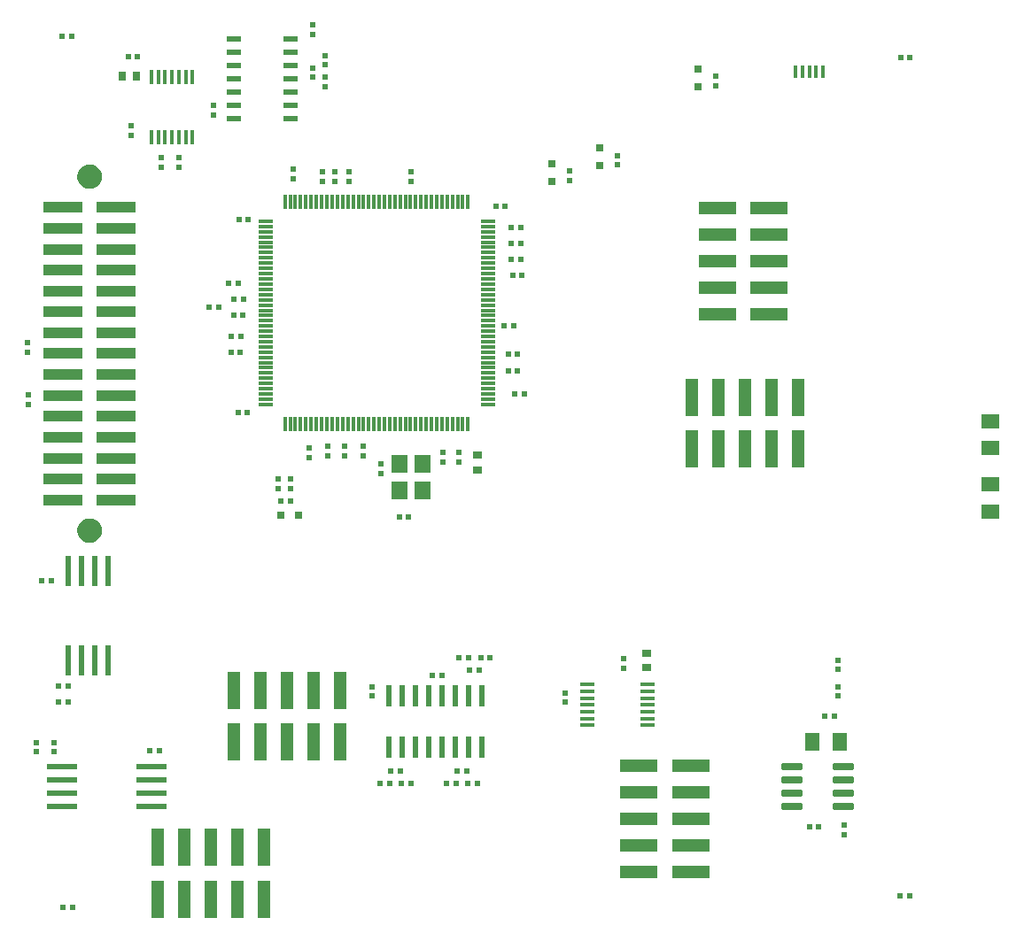
<source format=gtp>
%FSTAX23Y23*%
%MOIN*%
%SFA1B1*%

%IPPOS*%
%AMD28*
4,1,8,-0.010400,0.036400,-0.010400,-0.036400,-0.007800,-0.039000,0.007800,-0.039000,0.010400,-0.036400,0.010400,0.036400,0.007800,0.039000,-0.007800,0.039000,-0.010400,0.036400,0.0*
1,1,0.005220,-0.007800,0.036400*
1,1,0.005220,-0.007800,-0.036400*
1,1,0.005220,0.007800,-0.036400*
1,1,0.005220,0.007800,0.036400*
%
%AMD30*
4,1,8,0.035800,0.011800,-0.035800,0.011800,-0.038800,0.008900,-0.038800,-0.008900,-0.035800,-0.011800,0.035800,-0.011800,0.038800,-0.008900,0.038800,0.008900,0.035800,0.011800,0.0*
1,1,0.005906,0.035800,0.008900*
1,1,0.005906,-0.035800,0.008900*
1,1,0.005906,-0.035800,-0.008900*
1,1,0.005906,0.035800,-0.008900*
%
%ADD21C,0.045079*%
%ADD22R,0.021654X0.021654*%
%ADD23R,0.021654X0.021654*%
%ADD24R,0.053150X0.013780*%
%ADD25R,0.013780X0.053150*%
%ADD26R,0.017716X0.051181*%
%ADD27R,0.059055X0.066929*%
G04~CAMADD=28~8~0.0~0.0~779.5~208.7~26.1~0.0~15~0.0~0.0~0.0~0.0~0~0.0~0.0~0.0~0.0~0~0.0~0.0~0.0~90.0~210.0~779.0*
%ADD28D28*%
%ADD29R,0.055118X0.013780*%
G04~CAMADD=30~8~0.0~0.0~775.6~236.2~29.5~0.0~15~0.0~0.0~0.0~0.0~0~0.0~0.0~0.0~0.0~0~0.0~0.0~0.0~0.0~775.6~236.2*
%ADD30D30*%
%ADD31R,0.057500X0.021000*%
%ADD32R,0.013780X0.055118*%
%ADD33R,0.023622X0.118110*%
%ADD34R,0.118110X0.023622*%
%ADD35R,0.149606X0.040157*%
%ADD36R,0.050000X0.144882*%
%ADD37R,0.144882X0.050000*%
%ADD38R,0.031496X0.031496*%
%ADD39R,0.031496X0.031496*%
%ADD40R,0.035433X0.031496*%
%ADD41R,0.055118X0.070866*%
%ADD42R,0.031496X0.035433*%
%ADD43R,0.070866X0.055118*%
%LNocb_development_board-1*%
%LPD*%
G54D21*
X00322Y01574D02*
D01*
X00322Y01576*
X00322Y01578*
X00322Y01579*
X00321Y01581*
X00321Y01582*
X0032Y01584*
X0032Y01585*
X00319Y01586*
X00318Y01588*
X00317Y01589*
X00316Y0159*
X00315Y01591*
X00314Y01592*
X00312Y01593*
X00311Y01594*
X0031Y01595*
X00308Y01595*
X00307Y01596*
X00305Y01596*
X00304Y01597*
X00302Y01597*
X003Y01597*
X00299*
X00297Y01597*
X00296Y01597*
X00294Y01596*
X00293Y01596*
X00291Y01595*
X0029Y01595*
X00288Y01594*
X00287Y01593*
X00286Y01592*
X00285Y01591*
X00283Y0159*
X00282Y01589*
X00281Y01588*
X00281Y01586*
X0028Y01585*
X00279Y01584*
X00279Y01582*
X00278Y01581*
X00278Y01579*
X00277Y01578*
X00277Y01576*
X00277Y01574*
X00277Y01573*
X00277Y01571*
X00278Y0157*
X00278Y01568*
X00279Y01567*
X00279Y01565*
X0028Y01564*
X00281Y01562*
X00281Y01561*
X00282Y0156*
X00283Y01559*
X00285Y01558*
X00286Y01557*
X00287Y01556*
X00288Y01555*
X0029Y01554*
X00291Y01554*
X00293Y01553*
X00294Y01553*
X00296Y01552*
X00297Y01552*
X00299Y01552*
X003*
X00302Y01552*
X00304Y01552*
X00305Y01553*
X00307Y01553*
X00308Y01554*
X0031Y01554*
X00311Y01555*
X00312Y01556*
X00314Y01557*
X00315Y01558*
X00316Y01559*
X00317Y0156*
X00318Y01561*
X00319Y01562*
X0032Y01564*
X0032Y01565*
X00321Y01567*
X00321Y01568*
X00322Y0157*
X00322Y01571*
X00322Y01573*
X00322Y01574*
Y02907D02*
D01*
X00322Y02909*
X00322Y0291*
X00322Y02912*
X00321Y02913*
X00321Y02915*
X0032Y02916*
X0032Y02918*
X00319Y02919*
X00318Y0292*
X00317Y02922*
X00316Y02923*
X00315Y02924*
X00314Y02925*
X00312Y02926*
X00311Y02927*
X0031Y02927*
X00308Y02928*
X00307Y02929*
X00305Y02929*
X00304Y02929*
X00302Y0293*
X003Y0293*
X00299*
X00297Y0293*
X00296Y02929*
X00294Y02929*
X00293Y02929*
X00291Y02928*
X0029Y02927*
X00288Y02927*
X00287Y02926*
X00286Y02925*
X00285Y02924*
X00283Y02923*
X00282Y02922*
X00281Y0292*
X00281Y02919*
X0028Y02918*
X00279Y02916*
X00279Y02915*
X00278Y02913*
X00278Y02912*
X00277Y0291*
X00277Y02909*
X00277Y02907*
X00277Y02906*
X00277Y02904*
X00278Y02902*
X00278Y02901*
X00279Y02899*
X00279Y02898*
X0028Y02897*
X00281Y02895*
X00281Y02894*
X00282Y02893*
X00283Y02891*
X00285Y0289*
X00286Y02889*
X00287Y02888*
X00288Y02888*
X0029Y02887*
X00291Y02886*
X00293Y02886*
X00294Y02885*
X00296Y02885*
X00297Y02885*
X00299Y02885*
X003*
X00302Y02885*
X00304Y02885*
X00305Y02885*
X00307Y02886*
X00308Y02886*
X0031Y02887*
X00311Y02888*
X00312Y02888*
X00314Y02889*
X00315Y0289*
X00316Y02891*
X00317Y02893*
X00318Y02894*
X00319Y02895*
X0032Y02897*
X0032Y02898*
X00321Y02899*
X00321Y02901*
X00322Y02902*
X00322Y02904*
X00322Y02906*
X00322Y02907*
G54D22*
X015Y01625D03*
X01465D03*
X01589Y01029D03*
X01625D03*
X0173Y0105D03*
X01766D03*
X0022Y0099D03*
X00184D03*
X00862Y02745D03*
X00897D03*
X0088Y02445D03*
X00844D03*
X00785Y02415D03*
X00749D03*
X00877Y02385D03*
X00842D03*
X00832Y02245D03*
X00867D03*
X01875Y02175D03*
X0191D03*
X01875Y0224D03*
X0191D03*
X01771Y01095D03*
X01806D03*
X0022Y0093D03*
X00184D03*
X0169Y01095D03*
X01726D03*
X01724Y00624D03*
X01759D03*
X01684Y00669D03*
X01719D03*
X01643Y00624D03*
X01679D03*
X01429D03*
X01393D03*
X01468Y00669D03*
X01433D03*
X01509Y00624D03*
X01474D03*
X01887Y02595D03*
X01922D03*
X01887Y02655D03*
X01922D03*
X01887Y02715D03*
X01922D03*
X03385Y002D03*
X0335D03*
X00199Y00155D03*
X00235D03*
X03387Y03355D03*
X03352D03*
X00197Y03435D03*
X00232D03*
X0102Y01687D03*
X01055D03*
X03067Y00875D03*
X03102D03*
X03044Y00459D03*
X03008D03*
X00445Y0336D03*
X0048D03*
X0012Y01385D03*
X00155D03*
X00562Y00745D03*
X00527D03*
X00893Y02018D03*
X00858D03*
X0087Y02305D03*
X00834D03*
X0086Y02505D03*
X00824D03*
X01828Y02795D03*
X01863D03*
X01892Y02535D03*
X01927D03*
X0186Y02345D03*
X01895D03*
X01899Y0209D03*
X01935D03*
G54D23*
X01186Y03328D03*
Y03363D03*
X0314Y00465D03*
Y00429D03*
X02285Y02987D03*
Y02952D03*
X02655Y03249D03*
Y03285D03*
X02105Y02894D03*
Y0293D03*
X00765Y03175D03*
Y03139D03*
X0114Y03317D03*
Y03282D03*
X00165Y00742D03*
Y00777D03*
X01176Y02925D03*
Y0289D03*
X01222Y02925D03*
Y0289D03*
X0007Y02085D03*
Y02049D03*
X00065Y02282D03*
Y02247D03*
X03115Y01052D03*
Y01087D03*
Y00987D03*
Y00952D03*
X0057Y0298D03*
Y02944D03*
X00635Y0298D03*
Y02944D03*
X001Y00742D03*
Y00777D03*
X01195Y01857D03*
Y01892D03*
X0126D03*
Y01857D03*
X01186Y03282D03*
Y03247D03*
X01056Y01768D03*
Y01733D03*
X0101Y01768D03*
Y01733D03*
X01363Y00987D03*
Y00952D03*
X02089Y00928D03*
Y00963D03*
X0231Y01091D03*
Y01056D03*
X0114Y03479D03*
Y03444D03*
X00455Y03064D03*
Y031D03*
X01395Y01789D03*
Y01825D03*
X01065Y029D03*
Y02935D03*
X01275Y0289D03*
Y02925D03*
X0151Y0289D03*
Y02925D03*
X0133Y01892D03*
Y01857D03*
X01125Y01885D03*
Y01849D03*
X0163Y0187D03*
Y01834D03*
X0169Y0187D03*
Y01834D03*
G54D24*
X00961Y0205D03*
Y0207D03*
Y02089D03*
Y02109D03*
Y02129D03*
Y02148D03*
Y02168D03*
Y02188D03*
Y02207D03*
Y02227D03*
Y02247D03*
Y02267D03*
Y02286D03*
Y02306D03*
Y02326D03*
Y02345D03*
Y02365D03*
Y02385D03*
Y02404D03*
Y02424D03*
Y02444D03*
Y02463D03*
Y02483D03*
Y02503D03*
Y02522D03*
Y02542D03*
Y02562D03*
Y02582D03*
Y02601D03*
Y02621D03*
Y02641D03*
Y0266D03*
Y0268D03*
Y027D03*
Y02719D03*
Y02739D03*
X01798D03*
Y02719D03*
Y027D03*
Y0268D03*
Y0266D03*
Y02641D03*
Y02621D03*
Y02601D03*
Y02582D03*
Y02562D03*
Y02542D03*
Y02522D03*
Y02503D03*
Y02483D03*
Y02463D03*
Y02444D03*
Y02424D03*
Y02404D03*
Y02385D03*
Y02365D03*
Y02345D03*
Y02326D03*
Y02306D03*
Y02286D03*
Y02267D03*
Y02247D03*
Y02227D03*
Y02207D03*
Y02188D03*
Y02168D03*
Y02148D03*
Y02129D03*
Y02109D03*
Y02089D03*
Y0207D03*
Y0205D03*
G54D25*
X01035Y02813D03*
X01055D03*
X01074D03*
X01094D03*
X01114D03*
X01133D03*
X01153D03*
X01173D03*
X01192D03*
X01212D03*
X01232D03*
X01252D03*
X01271D03*
X01291D03*
X01311D03*
X0133D03*
X0135D03*
X0137D03*
X01389D03*
X01409D03*
X01429D03*
X01448D03*
X01468D03*
X01488D03*
X01507D03*
X01527D03*
X01547D03*
X01567D03*
X01586D03*
X01606D03*
X01626D03*
X01645D03*
X01665D03*
X01685D03*
X01704D03*
X01724D03*
Y01976D03*
X01704D03*
X01685D03*
X01665D03*
X01645D03*
X01626D03*
X01606D03*
X01586D03*
X01567D03*
X01547D03*
X01527D03*
X01507D03*
X01488D03*
X01468D03*
X01448D03*
X01429D03*
X01409D03*
X01389D03*
X0137D03*
X0135D03*
X0133D03*
X01311D03*
X01291D03*
X01271D03*
X01252D03*
X01232D03*
X01212D03*
X01192D03*
X01173D03*
X01153D03*
X01133D03*
X01114D03*
X01094D03*
X01074D03*
X01055D03*
X01035D03*
G54D26*
X02957Y03303D03*
X02982D03*
X03008D03*
X03034D03*
X03059D03*
G54D27*
X01465Y01725D03*
Y01825D03*
X01551D03*
Y01725D03*
G54D28*
X01425Y00952D03*
X01475D03*
X01525D03*
X01575D03*
X01625D03*
X01675D03*
X01725D03*
X01775D03*
Y00758D03*
X01725D03*
X01675D03*
X01625D03*
X01575D03*
X01525D03*
X01475D03*
X01425D03*
G54D29*
X02171Y0097D03*
Y00944D03*
Y00919D03*
X02398Y00842D03*
X02171D03*
Y00867D03*
Y00893D03*
X02398Y00867D03*
Y00893D03*
Y00919D03*
Y00944D03*
Y0097D03*
Y00995D03*
X02171D03*
G54D30*
X02942Y00685D03*
Y00635D03*
Y00585D03*
Y00535D03*
X03137D03*
Y00585D03*
Y00635D03*
Y00685D03*
G54D31*
X00842Y03425D03*
Y03375D03*
Y03325D03*
Y03275D03*
Y03225D03*
Y03175D03*
Y03125D03*
X01057D03*
Y03175D03*
Y03225D03*
Y03275D03*
Y03325D03*
Y03375D03*
Y03425D03*
G54D32*
X00558Y03056D03*
X00584D03*
X0061D03*
X00686Y03283D03*
Y03056D03*
X00661D03*
X00635D03*
X00661Y03283D03*
X00635D03*
X0061D03*
X00584D03*
X00558D03*
X00533D03*
Y03056D03*
G54D33*
X0037Y01422D03*
X0032D03*
X0027D03*
X0022D03*
X0032Y01087D03*
X0027D03*
X0037D03*
X0022D03*
G54D34*
X00532Y00535D03*
Y00585D03*
Y00635D03*
Y00685D03*
X00197Y00585D03*
Y00635D03*
Y00535D03*
Y00685D03*
G54D35*
X004Y0169D03*
X002D03*
X004Y01768D03*
X002D03*
X004Y01847D03*
X002D03*
X004Y01926D03*
X002D03*
X004Y02005D03*
X002D03*
X004Y02083D03*
X002D03*
X004Y02162D03*
X002D03*
X004Y02241D03*
X002D03*
X004Y0232D03*
X002D03*
X004Y02398D03*
X002D03*
X004Y02477D03*
X002D03*
X004Y02556D03*
X002D03*
X004Y02634D03*
X002D03*
X004Y02713D03*
X002D03*
X004Y02792D03*
X002D03*
G54D36*
X00842Y00778D03*
Y00973D03*
X00942Y00778D03*
Y00973D03*
X01042Y00778D03*
Y00973D03*
X01142Y00778D03*
Y00973D03*
X01242Y00778D03*
Y00973D03*
X02565Y01882D03*
Y02077D03*
X02665Y01882D03*
Y02077D03*
X02765Y01882D03*
Y02077D03*
X02865Y01882D03*
Y02077D03*
X02965Y01882D03*
Y02077D03*
X00955Y00381D03*
Y00186D03*
X00855Y00381D03*
Y00186D03*
X00755Y00381D03*
Y00186D03*
X00655Y00381D03*
Y00186D03*
X00555Y00381D03*
Y00186D03*
G54D37*
X02367Y0069D03*
X02562D03*
X02367Y0059D03*
X02562D03*
X02367Y0049D03*
X02562D03*
X02367Y0039D03*
X02562D03*
X02367Y0029D03*
X02562D03*
X02857Y0239D03*
X02662D03*
X02857Y0249D03*
X02662D03*
X02857Y0259D03*
X02662D03*
X02857Y0269D03*
X02662D03*
X02857Y0279D03*
X02662D03*
G54D38*
X0222Y03015D03*
Y0295D03*
X0259Y03312D03*
Y03247D03*
X0204Y02955D03*
Y0289D03*
G54D39*
X01085Y01631D03*
X0102D03*
G54D40*
X02395Y01059D03*
Y01114D03*
X0176Y0186D03*
Y01804D03*
G54D41*
X03121Y0078D03*
X03018D03*
G54D42*
X00477Y03285D03*
X00422D03*
G54D43*
X0369Y0175D03*
Y01647D03*
Y01885D03*
Y01987D03*
M02*
</source>
